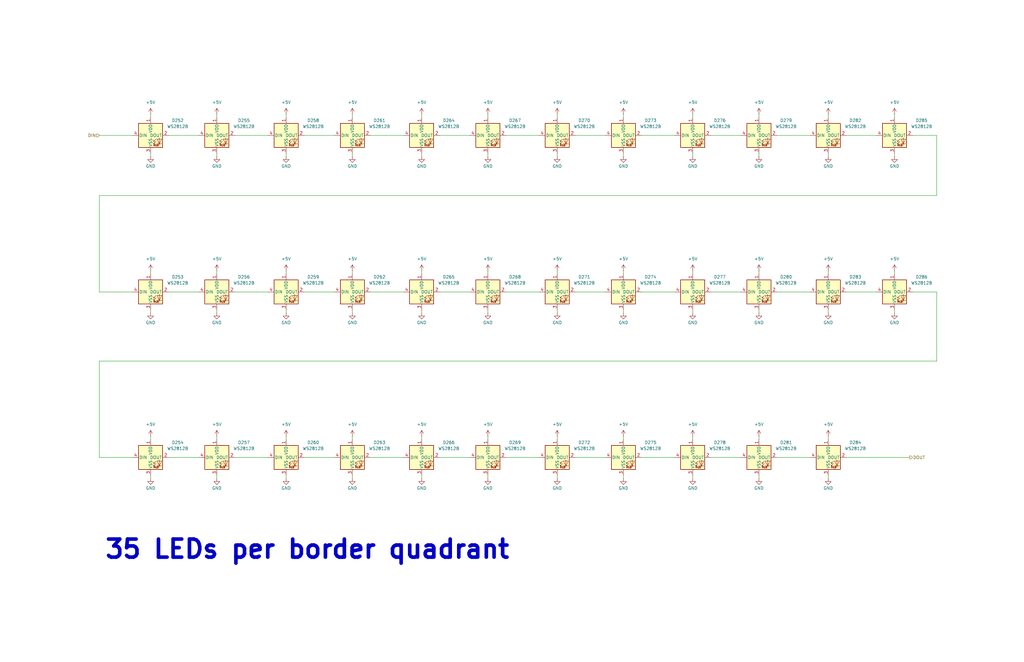
<source format=kicad_sch>
(kicad_sch (version 20250114) (generator "eeschema") (generator_version "9.0")
  (paper "B")
  (lib_symbols
    (symbol "LED:WS2812B" (pin_names (offset 0.254))
      (property "Reference" "D" (at 5.08 5.715 0))
      (property "Value" "WS2812B" (at 1.27 -5.715 0))
      (symbol "WS2812B_0_0"
        (text "RGB" (at 2.286 -4.191 0) (effects (font (size 0.762 0.762))))
      )
      (symbol "WS2812B_0_1"
        (polyline (pts (xy 1.27 -2.54) (xy 1.778 -2.54)))
        (polyline (pts (xy 1.27 -3.556) (xy 1.778 -3.556)))
        (polyline (pts (xy 2.286 -1.524) (xy 1.27 -2.54) (xy 1.27 -2.032)))
        (polyline (pts (xy 2.286 -2.54) (xy 1.27 -3.556) (xy 1.27 -3.048)))
        (polyline (pts (xy 3.683 -1.016) (xy 3.683 -3.556) (xy 3.683 -4.064)))
        (polyline (pts (xy 4.699 -1.524) (xy 2.667 -1.524) (xy 3.683 -3.556) (xy 4.699 -1.524)))
        (polyline (pts (xy 4.699 -3.556) (xy 2.667 -3.556)))
        (rectangle (start 5.08 5.08) (end -5.08 -5.08) (stroke (width 0.254)) (fill (type background)))
      )
      (symbol "WS2812B_1_1"
        (pin input line (at -7.62 0 0) (length 2.54) (name "DIN") (number "4"))
        (pin power_in line (at 0 7.62 270) (length 2.54) (name "VDD") (number "1"))
        (pin power_in line (at 0 -7.62 90) (length 2.54) (name "VSS") (number "3"))
        (pin output line (at 7.62 0 180) (length 2.54) (name "DOUT") (number "2"))
      )
    )
    (symbol "power:+5V" (power) (pin_numbers (hide yes)) (pin_names (offset 0) (hide yes))
      (property "Value" "+5V" (at 0 3.556 0))
      (symbol "+5V_0_1"
        (polyline (pts (xy -0.762 1.27) (xy 0 2.54)))
        (polyline (pts (xy 0 2.54) (xy 0.762 1.27)))
        (polyline (pts (xy 0 0) (xy 0 2.54)))
      )
      (symbol "+5V_1_1"
        (pin power_in line (at 0 0 90) (length 0) (name "~") (number "1"))
      )
    )
    (symbol "power:GND" (power) (pin_numbers (hide yes)) (pin_names (offset 0) (hide yes))
      (property "Value" "GND" (at 0 -3.81 0))
      (symbol "GND_0_1"
        (polyline (pts (xy 0 0) (xy 0 -1.27) (xy 1.27 -1.27) (xy 0 -2.54) (xy -1.27 -1.27) (xy 0 -1.27)))
      )
      (symbol "GND_1_1"
        (pin power_in line (at 0 0 270) (length 0) (name "~") (number "1"))
      )
    )
  )
  (text "35 LEDs per border quadrant" (at 43.688 231.902 0) (effects (font (size 7.62 7.62) (thickness 1.524) (bold yes)) (justify left)))
  (wire (pts (xy 234.95 48.26) (xy 234.95 49.53)))
  (wire (pts (xy 349.25 48.26) (xy 349.25 49.53)))
  (wire (pts (xy 262.89 200.66) (xy 262.89 201.93)))
  (wire (pts (xy 292.1 184.15) (xy 292.1 185.42)))
  (wire (pts (xy 242.57 123.19) (xy 255.27 123.19)))
  (wire (pts (xy 177.8 64.77) (xy 177.8 66.04)))
  (wire (pts (xy 327.66 193.04) (xy 341.63 193.04)))
  (wire (pts (xy 327.66 123.19) (xy 341.63 123.19)))
  (wire (pts (xy 185.42 123.19) (xy 198.12 123.19)))
  (wire (pts (xy 148.59 114.3) (xy 148.59 115.57)))
  (wire (pts (xy 177.8 130.81) (xy 177.8 132.08)))
  (wire (pts (xy 91.44 64.77) (xy 91.44 66.04)))
  (wire (pts (xy 63.5 48.26) (xy 63.5 49.53)))
  (wire (pts (xy 299.72 123.19) (xy 312.42 123.19)))
  (wire (pts (xy 120.65 130.81) (xy 120.65 132.08)))
  (wire (pts (xy 177.8 48.26) (xy 177.8 49.53)))
  (wire (pts (xy 320.04 184.15) (xy 320.04 185.42)))
  (wire (pts (xy 234.95 64.77) (xy 234.95 66.04)))
  (wire (pts (xy 320.04 130.81) (xy 320.04 132.08)))
  (wire (pts (xy 91.44 48.26) (xy 91.44 49.53)))
  (wire (pts (xy 377.19 48.26) (xy 377.19 49.53)))
  (wire (pts (xy 63.5 114.3) (xy 63.5 115.57)))
  (wire (pts (xy 356.87 57.15) (xy 369.57 57.15)))
  (wire (pts (xy 41.91 82.55) (xy 41.91 123.19)))
  (wire (pts (xy 320.04 64.77) (xy 320.04 66.04)))
  (wire (pts (xy 41.91 152.4) (xy 41.91 193.04)))
  (wire (pts (xy 349.25 114.3) (xy 349.25 115.57)))
  (wire (pts (xy 205.74 200.66) (xy 205.74 201.93)))
  (wire (pts (xy 377.19 114.3) (xy 377.19 115.57)))
  (wire (pts (xy 63.5 64.77) (xy 63.5 66.04)))
  (wire (pts (xy 213.36 57.15) (xy 227.33 57.15)))
  (wire (pts (xy 120.65 64.77) (xy 120.65 66.04)))
  (wire (pts (xy 99.06 57.15) (xy 113.03 57.15)))
  (wire (pts (xy 99.06 123.19) (xy 113.03 123.19)))
  (wire (pts (xy 91.44 200.66) (xy 91.44 201.93)))
  (wire (pts (xy 71.12 57.15) (xy 83.82 57.15)))
  (wire (pts (xy 320.04 200.66) (xy 320.04 201.93)))
  (wire (pts (xy 270.51 193.04) (xy 284.48 193.04)))
  (wire (pts (xy 185.42 193.04) (xy 198.12 193.04)))
  (wire (pts (xy 128.27 57.15) (xy 140.97 57.15)))
  (wire (pts (xy 349.25 184.15) (xy 349.25 185.42)))
  (wire (pts (xy 120.65 114.3) (xy 120.65 115.57)))
  (wire (pts (xy 262.89 64.77) (xy 262.89 66.04)))
  (wire (pts (xy 356.87 123.19) (xy 369.57 123.19)))
  (wire (pts (xy 148.59 130.81) (xy 148.59 132.08)))
  (wire (pts (xy 320.04 114.3) (xy 320.04 115.57)))
  (wire (pts (xy 148.59 48.26) (xy 148.59 49.53)))
  (wire (pts (xy 384.81 123.19) (xy 394.97 123.19)))
  (wire (pts (xy 292.1 130.81) (xy 292.1 132.08)))
  (wire (pts (xy 213.36 193.04) (xy 227.33 193.04)))
  (wire (pts (xy 177.8 114.3) (xy 177.8 115.57)))
  (wire (pts (xy 91.44 130.81) (xy 91.44 132.08)))
  (wire (pts (xy 349.25 130.81) (xy 349.25 132.08)))
  (wire (pts (xy 262.89 114.3) (xy 262.89 115.57)))
  (wire (pts (xy 242.57 57.15) (xy 255.27 57.15)))
  (wire (pts (xy 177.8 184.15) (xy 177.8 185.42)))
  (wire (pts (xy 320.04 48.26) (xy 320.04 49.53)))
  (wire (pts (xy 292.1 114.3) (xy 292.1 115.57)))
  (wire (pts (xy 377.19 64.77) (xy 377.19 66.04)))
  (wire (pts (xy 327.66 57.15) (xy 341.63 57.15)))
  (wire (pts (xy 71.12 123.19) (xy 83.82 123.19)))
  (wire (pts (xy 41.91 123.19) (xy 55.88 123.19)))
  (wire (pts (xy 242.57 193.04) (xy 255.27 193.04)))
  (wire (pts (xy 356.87 193.04) (xy 383.54 193.04)))
  (wire (pts (xy 213.36 123.19) (xy 227.33 123.19)))
  (wire (pts (xy 128.27 123.19) (xy 140.97 123.19)))
  (wire (pts (xy 234.95 130.81) (xy 234.95 132.08)))
  (wire (pts (xy 394.97 152.4) (xy 41.91 152.4)))
  (wire (pts (xy 148.59 64.77) (xy 148.59 66.04)))
  (wire (pts (xy 234.95 200.66) (xy 234.95 201.93)))
  (wire (pts (xy 394.97 123.19) (xy 394.97 152.4)))
  (wire (pts (xy 292.1 200.66) (xy 292.1 201.93)))
  (wire (pts (xy 185.42 57.15) (xy 198.12 57.15)))
  (wire (pts (xy 41.91 193.04) (xy 55.88 193.04)))
  (wire (pts (xy 205.74 130.81) (xy 205.74 132.08)))
  (wire (pts (xy 349.25 200.66) (xy 349.25 201.93)))
  (wire (pts (xy 299.72 57.15) (xy 312.42 57.15)))
  (wire (pts (xy 234.95 184.15) (xy 234.95 185.42)))
  (wire (pts (xy 377.19 130.81) (xy 377.19 132.08)))
  (wire (pts (xy 205.74 184.15) (xy 205.74 185.42)))
  (wire (pts (xy 234.95 114.3) (xy 234.95 115.57)))
  (wire (pts (xy 41.91 57.15) (xy 55.88 57.15)))
  (wire (pts (xy 91.44 184.15) (xy 91.44 185.42)))
  (wire (pts (xy 270.51 57.15) (xy 284.48 57.15)))
  (wire (pts (xy 262.89 48.26) (xy 262.89 49.53)))
  (wire (pts (xy 63.5 184.15) (xy 63.5 185.42)))
  (wire (pts (xy 148.59 200.66) (xy 148.59 201.93)))
  (wire (pts (xy 394.97 82.55) (xy 41.91 82.55)))
  (wire (pts (xy 99.06 193.04) (xy 113.03 193.04)))
  (wire (pts (xy 156.21 123.19) (xy 170.18 123.19)))
  (wire (pts (xy 120.65 48.26) (xy 120.65 49.53)))
  (wire (pts (xy 148.59 184.15) (xy 148.59 185.42)))
  (wire (pts (xy 394.97 57.15) (xy 394.97 82.55)))
  (wire (pts (xy 71.12 193.04) (xy 83.82 193.04)))
  (wire (pts (xy 205.74 114.3) (xy 205.74 115.57)))
  (wire (pts (xy 292.1 48.26) (xy 292.1 49.53)))
  (wire (pts (xy 120.65 200.66) (xy 120.65 201.93)))
  (wire (pts (xy 63.5 130.81) (xy 63.5 132.08)))
  (wire (pts (xy 270.51 123.19) (xy 284.48 123.19)))
  (wire (pts (xy 128.27 193.04) (xy 140.97 193.04)))
  (wire (pts (xy 156.21 57.15) (xy 170.18 57.15)))
  (wire (pts (xy 299.72 193.04) (xy 312.42 193.04)))
  (wire (pts (xy 156.21 193.04) (xy 170.18 193.04)))
  (wire (pts (xy 292.1 64.77) (xy 292.1 66.04)))
  (wire (pts (xy 384.81 57.15) (xy 394.97 57.15)))
  (wire (pts (xy 120.65 184.15) (xy 120.65 185.42)))
  (wire (pts (xy 91.44 114.3) (xy 91.44 115.57)))
  (wire (pts (xy 349.25 64.77) (xy 349.25 66.04)))
  (wire (pts (xy 63.5 200.66) (xy 63.5 201.93)))
  (wire (pts (xy 262.89 130.81) (xy 262.89 132.08)))
  (wire (pts (xy 205.74 64.77) (xy 205.74 66.04)))
  (wire (pts (xy 262.89 184.15) (xy 262.89 185.42)))
  (wire (pts (xy 205.74 48.26) (xy 205.74 49.53)))
  (wire (pts (xy 177.8 200.66) (xy 177.8 201.93)))
  (hierarchical_label "DOUT" (shape output) (at 383.54 193.04 0))
  (hierarchical_label "DIN" (shape input) (at 41.91 57.15 180))
  (symbol (lib_id "power:GND") (at 205.74 201.93 0) (unit 1)
    (property "Reference" "#PWR042" (effects (hide yes)))
    (property "Value" "GND" (at 205.74 205.994 0))
    (property "Description" "Power symbol creates a global label with name \"GND\" , ground" (effects (hide yes)))
    (instances (project "ArenaTimer" (path "" (reference "#PWR0538") (unit 1)) (path "" (reference "#PWR042") (unit 1))))
  )
  (symbol (lib_id "power:+5V") (at 63.5 184.15 0) (unit 1)
    (property "Reference" "#PWR011" (effects (hide yes)))
    (property "Value" "+5V" (at 63.5 179.07 0))
    (property "Description" "Power symbol creates a global label with name \"+5V\"" (effects (hide yes)))
    (instances (project "ArenaTimer" (path "" (reference "#PWR0507") (unit 1)) (path "" (reference "#PWR011") (unit 1))))
  )
  (symbol (lib_id "power:+5V") (at 234.95 48.26 0) (unit 1)
    (property "Reference" "#PWR043" (effects (hide yes)))
    (property "Value" "+5V" (at 234.95 43.18 0))
    (property "Description" "Power symbol creates a global label with name \"+5V\"" (effects (hide yes)))
    (instances (project "ArenaTimer" (path "" (reference "#PWR0539") (unit 1)) (path "" (reference "#PWR043") (unit 1))))
  )
  (symbol (lib_id "power:+5V") (at 148.59 184.15 0) (unit 1)
    (property "Reference" "#PWR029" (effects (hide yes)))
    (property "Value" "+5V" (at 148.59 179.07 0))
    (property "Description" "Power symbol creates a global label with name \"+5V\"" (effects (hide yes)))
    (instances (project "ArenaTimer" (path "" (reference "#PWR0525") (unit 1)) (path "" (reference "#PWR029") (unit 1))))
  )
  (symbol (lib_id "LED:WS2812B") (at 262.89 57.15 0) (unit 1)
    (property "Reference" "D25" (at 274.32 50.8314 0))
    (property "Value" "WS2812B" (at 274.32 53.3714 0))
    (property "Footprint" "LED_SMD:LED_WS2812B_PLCC4_5.0x5.0mm_P3.2mm" (effects (hide yes)))
    (property "Datasheet" "https://cdn-shop.adafruit.com/datasheets/WS2812B.pdf" (effects (hide yes)))
    (property "Description" "RGB LED with integrated controller" (effects (hide yes)))
    (property "LCSC" "C2843785" (effects (hide yes)))
    (instances (project "ArenaTimer" (path "" (reference "D273") (unit 1)) (path "" (reference "D25") (unit 1))))
  )
  (symbol (lib_id "LED:WS2812B") (at 177.8 193.04 0) (unit 1)
    (property "Reference" "D18" (at 189.23 186.7214 0))
    (property "Value" "WS2812B" (at 189.23 189.2614 0))
    (property "Footprint" "LED_SMD:LED_WS2812B_PLCC4_5.0x5.0mm_P3.2mm" (effects (hide yes)))
    (property "Datasheet" "https://cdn-shop.adafruit.com/datasheets/WS2812B.pdf" (effects (hide yes)))
    (property "Description" "RGB LED with integrated controller" (effects (hide yes)))
    (property "LCSC" "C2843785" (effects (hide yes)))
    (instances (project "ArenaTimer" (path "" (reference "D266") (unit 1)) (path "" (reference "D18") (unit 1))))
  )
  (symbol (lib_id "power:+5V") (at 91.44 114.3 0) (unit 1)
    (property "Reference" "#PWR015" (effects (hide yes)))
    (property "Value" "+5V" (at 91.44 109.22 0))
    (property "Description" "Power symbol creates a global label with name \"+5V\"" (effects (hide yes)))
    (instances (project "ArenaTimer" (path "" (reference "#PWR0511") (unit 1)) (path "" (reference "#PWR015") (unit 1))))
  )
  (symbol (lib_id "power:GND") (at 120.65 201.93 0) (unit 1)
    (property "Reference" "#PWR024" (effects (hide yes)))
    (property "Value" "GND" (at 120.65 205.994 0))
    (property "Description" "Power symbol creates a global label with name \"GND\" , ground" (effects (hide yes)))
    (instances (project "ArenaTimer" (path "" (reference "#PWR0520") (unit 1)) (path "" (reference "#PWR024") (unit 1))))
  )
  (symbol (lib_id "power:+5V") (at 262.89 184.15 0) (unit 1)
    (property "Reference" "#PWR053" (effects (hide yes)))
    (property "Value" "+5V" (at 262.89 179.07 0))
    (property "Description" "Power symbol creates a global label with name \"+5V\"" (effects (hide yes)))
    (instances (project "ArenaTimer" (path "" (reference "#PWR0549") (unit 1)) (path "" (reference "#PWR053") (unit 1))))
  )
  (symbol (lib_id "power:+5V") (at 91.44 48.26 0) (unit 1)
    (property "Reference" "#PWR013" (effects (hide yes)))
    (property "Value" "+5V" (at 91.44 43.18 0))
    (property "Description" "Power symbol creates a global label with name \"+5V\"" (effects (hide yes)))
    (instances (project "ArenaTimer" (path "" (reference "#PWR0509") (unit 1)) (path "" (reference "#PWR013") (unit 1))))
  )
  (symbol (lib_id "power:+5V") (at 349.25 184.15 0) (unit 1)
    (property "Reference" "#PWR071" (effects (hide yes)))
    (property "Value" "+5V" (at 349.25 179.07 0))
    (property "Description" "Power symbol creates a global label with name \"+5V\"" (effects (hide yes)))
    (instances (project "ArenaTimer" (path "" (reference "#PWR0567") (unit 1)) (path "" (reference "#PWR071") (unit 1))))
  )
  (symbol (lib_id "power:+5V") (at 148.59 48.26 0) (unit 1)
    (property "Reference" "#PWR025" (effects (hide yes)))
    (property "Value" "+5V" (at 148.59 43.18 0))
    (property "Description" "Power symbol creates a global label with name \"+5V\"" (effects (hide yes)))
    (instances (project "ArenaTimer" (path "" (reference "#PWR0521") (unit 1)) (path "" (reference "#PWR025") (unit 1))))
  )
  (symbol (lib_id "power:GND") (at 148.59 132.08 0) (unit 1)
    (property "Reference" "#PWR028" (effects (hide yes)))
    (property "Value" "GND" (at 148.59 136.144 0))
    (property "Description" "Power symbol creates a global label with name \"GND\" , ground" (effects (hide yes)))
    (instances (project "ArenaTimer" (path "" (reference "#PWR0524") (unit 1)) (path "" (reference "#PWR028") (unit 1))))
  )
  (symbol (lib_id "power:GND") (at 349.25 132.08 0) (unit 1)
    (property "Reference" "#PWR070" (effects (hide yes)))
    (property "Value" "GND" (at 349.25 136.144 0))
    (property "Description" "Power symbol creates a global label with name \"GND\" , ground" (effects (hide yes)))
    (instances (project "ArenaTimer" (path "" (reference "#PWR0566") (unit 1)) (path "" (reference "#PWR070") (unit 1))))
  )
  (symbol (lib_id "power:+5V") (at 205.74 48.26 0) (unit 1)
    (property "Reference" "#PWR037" (effects (hide yes)))
    (property "Value" "+5V" (at 205.74 43.18 0))
    (property "Description" "Power symbol creates a global label with name \"+5V\"" (effects (hide yes)))
    (instances (project "ArenaTimer" (path "" (reference "#PWR0533") (unit 1)) (path "" (reference "#PWR037") (unit 1))))
  )
  (symbol (lib_id "LED:WS2812B") (at 63.5 57.15 0) (unit 1)
    (property "Reference" "D4" (at 74.93 50.8314 0))
    (property "Value" "WS2812B" (at 74.93 53.3714 0))
    (property "Footprint" "LED_SMD:LED_WS2812B_PLCC4_5.0x5.0mm_P3.2mm" (effects (hide yes)))
    (property "Datasheet" "https://cdn-shop.adafruit.com/datasheets/WS2812B.pdf" (effects (hide yes)))
    (property "Description" "RGB LED with integrated controller" (effects (hide yes)))
    (property "LCSC" "C2843785" (effects (hide yes)))
    (instances (project "ArenaTimer" (path "" (reference "D252") (unit 1)) (path "" (reference "D4") (unit 1))))
  )
  (symbol (lib_id "LED:WS2812B") (at 91.44 123.19 0) (unit 1)
    (property "Reference" "D8" (at 102.87 116.8714 0))
    (property "Value" "WS2812B" (at 102.87 119.4114 0))
    (property "Footprint" "LED_SMD:LED_WS2812B_PLCC4_5.0x5.0mm_P3.2mm" (effects (hide yes)))
    (property "Datasheet" "https://cdn-shop.adafruit.com/datasheets/WS2812B.pdf" (effects (hide yes)))
    (property "Description" "RGB LED with integrated controller" (effects (hide yes)))
    (property "LCSC" "C2843785" (effects (hide yes)))
    (instances (project "ArenaTimer" (path "" (reference "D256") (unit 1)) (path "" (reference "D8") (unit 1))))
  )
  (symbol (lib_id "power:GND") (at 262.89 132.08 0) (unit 1)
    (property "Reference" "#PWR052" (effects (hide yes)))
    (property "Value" "GND" (at 262.89 136.144 0))
    (property "Description" "Power symbol creates a global label with name \"GND\" , ground" (effects (hide yes)))
    (instances (project "ArenaTimer" (path "" (reference "#PWR0548") (unit 1)) (path "" (reference "#PWR052") (unit 1))))
  )
  (symbol (lib_id "power:GND") (at 177.8 66.04 0) (unit 1)
    (property "Reference" "#PWR032" (effects (hide yes)))
    (property "Value" "GND" (at 177.8 70.104 0))
    (property "Description" "Power symbol creates a global label with name \"GND\" , ground" (effects (hide yes)))
    (instances (project "ArenaTimer" (path "" (reference "#PWR0528") (unit 1)) (path "" (reference "#PWR032") (unit 1))))
  )
  (symbol (lib_id "power:+5V") (at 292.1 114.3 0) (unit 1)
    (property "Reference" "#PWR057" (effects (hide yes)))
    (property "Value" "+5V" (at 292.1 109.22 0))
    (property "Description" "Power symbol creates a global label with name \"+5V\"" (effects (hide yes)))
    (instances (project "ArenaTimer" (path "" (reference "#PWR0553") (unit 1)) (path "" (reference "#PWR057") (unit 1))))
  )
  (symbol (lib_id "LED:WS2812B") (at 177.8 57.15 0) (unit 1)
    (property "Reference" "D16" (at 189.23 50.8314 0))
    (property "Value" "WS2812B" (at 189.23 53.3714 0))
    (property "Footprint" "LED_SMD:LED_WS2812B_PLCC4_5.0x5.0mm_P3.2mm" (effects (hide yes)))
    (property "Datasheet" "https://cdn-shop.adafruit.com/datasheets/WS2812B.pdf" (effects (hide yes)))
    (property "Description" "RGB LED with integrated controller" (effects (hide yes)))
    (property "LCSC" "C2843785" (effects (hide yes)))
    (instances (project "ArenaTimer" (path "" (reference "D264") (unit 1)) (path "" (reference "D16") (unit 1))))
  )
  (symbol (lib_id "power:GND") (at 349.25 66.04 0) (unit 1)
    (property "Reference" "#PWR068" (effects (hide yes)))
    (property "Value" "GND" (at 349.25 70.104 0))
    (property "Description" "Power symbol creates a global label with name \"GND\" , ground" (effects (hide yes)))
    (instances (project "ArenaTimer" (path "" (reference "#PWR0564") (unit 1)) (path "" (reference "#PWR068") (unit 1))))
  )
  (symbol (lib_id "power:+5V") (at 177.8 48.26 0) (unit 1)
    (property "Reference" "#PWR031" (effects (hide yes)))
    (property "Value" "+5V" (at 177.8 43.18 0))
    (property "Description" "Power symbol creates a global label with name \"+5V\"" (effects (hide yes)))
    (instances (project "ArenaTimer" (path "" (reference "#PWR0527") (unit 1)) (path "" (reference "#PWR031") (unit 1))))
  )
  (symbol (lib_id "LED:WS2812B") (at 349.25 193.04 0) (unit 1)
    (property "Reference" "D36" (at 360.68 186.7214 0))
    (property "Value" "WS2812B" (at 360.68 189.2614 0))
    (property "Footprint" "LED_SMD:LED_WS2812B_PLCC4_5.0x5.0mm_P3.2mm" (effects (hide yes)))
    (property "Datasheet" "https://cdn-shop.adafruit.com/datasheets/WS2812B.pdf" (effects (hide yes)))
    (property "Description" "RGB LED with integrated controller" (effects (hide yes)))
    (property "LCSC" "C2843785" (effects (hide yes)))
    (instances (project "ArenaTimer" (path "" (reference "D284") (unit 1)) (path "" (reference "D36") (unit 1))))
  )
  (symbol (lib_id "power:+5V") (at 120.65 114.3 0) (unit 1)
    (property "Reference" "#PWR021" (effects (hide yes)))
    (property "Value" "+5V" (at 120.65 109.22 0))
    (property "Description" "Power symbol creates a global label with name \"+5V\"" (effects (hide yes)))
    (instances (project "ArenaTimer" (path "" (reference "#PWR0517") (unit 1)) (path "" (reference "#PWR021") (unit 1))))
  )
  (symbol (lib_id "LED:WS2812B") (at 320.04 123.19 0) (unit 1)
    (property "Reference" "D32" (at 331.47 116.8714 0))
    (property "Value" "WS2812B" (at 331.47 119.4114 0))
    (property "Footprint" "LED_SMD:LED_WS2812B_PLCC4_5.0x5.0mm_P3.2mm" (effects (hide yes)))
    (property "Datasheet" "https://cdn-shop.adafruit.com/datasheets/WS2812B.pdf" (effects (hide yes)))
    (property "Description" "RGB LED with integrated controller" (effects (hide yes)))
    (property "LCSC" "C2843785" (effects (hide yes)))
    (instances (project "ArenaTimer" (path "" (reference "D280") (unit 1)) (path "" (reference "D32") (unit 1))))
  )
  (symbol (lib_id "power:GND") (at 320.04 132.08 0) (unit 1)
    (property "Reference" "#PWR064" (effects (hide yes)))
    (property "Value" "GND" (at 320.04 136.144 0))
    (property "Description" "Power symbol creates a global label with name \"GND\" , ground" (effects (hide yes)))
    (instances (project "ArenaTimer" (path "" (reference "#PWR0560") (unit 1)) (path "" (reference "#PWR064") (unit 1))))
  )
  (symbol (lib_id "power:GND") (at 262.89 66.04 0) (unit 1)
    (property "Reference" "#PWR050" (effects (hide yes)))
    (property "Value" "GND" (at 262.89 70.104 0))
    (property "Description" "Power symbol creates a global label with name \"GND\" , ground" (effects (hide yes)))
    (instances (project "ArenaTimer" (path "" (reference "#PWR0546") (unit 1)) (path "" (reference "#PWR050") (unit 1))))
  )
  (symbol (lib_id "power:+5V") (at 292.1 184.15 0) (unit 1)
    (property "Reference" "#PWR059" (effects (hide yes)))
    (property "Value" "+5V" (at 292.1 179.07 0))
    (property "Description" "Power symbol creates a global label with name \"+5V\"" (effects (hide yes)))
    (instances (project "ArenaTimer" (path "" (reference "#PWR0555") (unit 1)) (path "" (reference "#PWR059") (unit 1))))
  )
  (symbol (lib_id "power:GND") (at 205.74 132.08 0) (unit 1)
    (property "Reference" "#PWR040" (effects (hide yes)))
    (property "Value" "GND" (at 205.74 136.144 0))
    (property "Description" "Power symbol creates a global label with name \"GND\" , ground" (effects (hide yes)))
    (instances (project "ArenaTimer" (path "" (reference "#PWR0536") (unit 1)) (path "" (reference "#PWR040") (unit 1))))
  )
  (symbol (lib_id "power:GND") (at 234.95 201.93 0) (unit 1)
    (property "Reference" "#PWR048" (effects (hide yes)))
    (property "Value" "GND" (at 234.95 205.994 0))
    (property "Description" "Power symbol creates a global label with name \"GND\" , ground" (effects (hide yes)))
    (instances (project "ArenaTimer" (path "" (reference "#PWR0544") (unit 1)) (path "" (reference "#PWR048") (unit 1))))
  )
  (symbol (lib_id "LED:WS2812B") (at 234.95 193.04 0) (unit 1)
    (property "Reference" "D24" (at 246.38 186.7214 0))
    (property "Value" "WS2812B" (at 246.38 189.2614 0))
    (property "Footprint" "LED_SMD:LED_WS2812B_PLCC4_5.0x5.0mm_P3.2mm" (effects (hide yes)))
    (property "Datasheet" "https://cdn-shop.adafruit.com/datasheets/WS2812B.pdf" (effects (hide yes)))
    (property "Description" "RGB LED with integrated controller" (effects (hide yes)))
    (property "LCSC" "C2843785" (effects (hide yes)))
    (instances (project "ArenaTimer" (path "" (reference "D272") (unit 1)) (path "" (reference "D24") (unit 1))))
  )
  (symbol (lib_id "power:+5V") (at 377.19 48.26 0) (unit 1)
    (property "Reference" "#PWR073" (effects (hide yes)))
    (property "Value" "+5V" (at 377.19 43.18 0))
    (property "Description" "Power symbol creates a global label with name \"+5V\"" (effects (hide yes)))
    (instances (project "ArenaTimer" (path "" (reference "#PWR0569") (unit 1)) (path "" (reference "#PWR073") (unit 1))))
  )
  (symbol (lib_id "LED:WS2812B") (at 120.65 57.15 0) (unit 1)
    (property "Reference" "D10" (at 132.08 50.8314 0))
    (property "Value" "WS2812B" (at 132.08 53.3714 0))
    (property "Footprint" "LED_SMD:LED_WS2812B_PLCC4_5.0x5.0mm_P3.2mm" (effects (hide yes)))
    (property "Datasheet" "https://cdn-shop.adafruit.com/datasheets/WS2812B.pdf" (effects (hide yes)))
    (property "Description" "RGB LED with integrated controller" (effects (hide yes)))
    (property "LCSC" "C2843785" (effects (hide yes)))
    (instances (project "ArenaTimer" (path "" (reference "D258") (unit 1)) (path "" (reference "D10") (unit 1))))
  )
  (symbol (lib_id "power:+5V") (at 320.04 184.15 0) (unit 1)
    (property "Reference" "#PWR065" (effects (hide yes)))
    (property "Value" "+5V" (at 320.04 179.07 0))
    (property "Description" "Power symbol creates a global label with name \"+5V\"" (effects (hide yes)))
    (instances (project "ArenaTimer" (path "" (reference "#PWR0561") (unit 1)) (path "" (reference "#PWR065") (unit 1))))
  )
  (symbol (lib_id "power:GND") (at 177.8 201.93 0) (unit 1)
    (property "Reference" "#PWR036" (effects (hide yes)))
    (property "Value" "GND" (at 177.8 205.994 0))
    (property "Description" "Power symbol creates a global label with name \"GND\" , ground" (effects (hide yes)))
    (instances (project "ArenaTimer" (path "" (reference "#PWR0532") (unit 1)) (path "" (reference "#PWR036") (unit 1))))
  )
  (symbol (lib_id "LED:WS2812B") (at 292.1 123.19 0) (unit 1)
    (property "Reference" "D29" (at 303.53 116.8714 0))
    (property "Value" "WS2812B" (at 303.53 119.4114 0))
    (property "Footprint" "LED_SMD:LED_WS2812B_PLCC4_5.0x5.0mm_P3.2mm" (effects (hide yes)))
    (property "Datasheet" "https://cdn-shop.adafruit.com/datasheets/WS2812B.pdf" (effects (hide yes)))
    (property "Description" "RGB LED with integrated controller" (effects (hide yes)))
    (property "LCSC" "C2843785" (effects (hide yes)))
    (instances (project "ArenaTimer" (path "" (reference "D277") (unit 1)) (path "" (reference "D29") (unit 1))))
  )
  (symbol (lib_id "LED:WS2812B") (at 262.89 123.19 0) (unit 1)
    (property "Reference" "D26" (at 274.32 116.8714 0))
    (property "Value" "WS2812B" (at 274.32 119.4114 0))
    (property "Footprint" "LED_SMD:LED_WS2812B_PLCC4_5.0x5.0mm_P3.2mm" (effects (hide yes)))
    (property "Datasheet" "https://cdn-shop.adafruit.com/datasheets/WS2812B.pdf" (effects (hide yes)))
    (property "Description" "RGB LED with integrated controller" (effects (hide yes)))
    (property "LCSC" "C2843785" (effects (hide yes)))
    (instances (project "ArenaTimer" (path "" (reference "D274") (unit 1)) (path "" (reference "D26") (unit 1))))
  )
  (symbol (lib_id "LED:WS2812B") (at 234.95 123.19 0) (unit 1)
    (property "Reference" "D23" (at 246.38 116.8714 0))
    (property "Value" "WS2812B" (at 246.38 119.4114 0))
    (property "Footprint" "LED_SMD:LED_WS2812B_PLCC4_5.0x5.0mm_P3.2mm" (effects (hide yes)))
    (property "Datasheet" "https://cdn-shop.adafruit.com/datasheets/WS2812B.pdf" (effects (hide yes)))
    (property "Description" "RGB LED with integrated controller" (effects (hide yes)))
    (property "LCSC" "C2843785" (effects (hide yes)))
    (instances (project "ArenaTimer" (path "" (reference "D271") (unit 1)) (path "" (reference "D23") (unit 1))))
  )
  (symbol (lib_id "LED:WS2812B") (at 91.44 57.15 0) (unit 1)
    (property "Reference" "D7" (at 102.87 50.8314 0))
    (property "Value" "WS2812B" (at 102.87 53.3714 0))
    (property "Footprint" "LED_SMD:LED_WS2812B_PLCC4_5.0x5.0mm_P3.2mm" (effects (hide yes)))
    (property "Datasheet" "https://cdn-shop.adafruit.com/datasheets/WS2812B.pdf" (effects (hide yes)))
    (property "Description" "RGB LED with integrated controller" (effects (hide yes)))
    (property "LCSC" "C2843785" (effects (hide yes)))
    (instances (project "ArenaTimer" (path "" (reference "D255") (unit 1)) (path "" (reference "D7") (unit 1))))
  )
  (symbol (lib_id "power:GND") (at 177.8 132.08 0) (unit 1)
    (property "Reference" "#PWR034" (effects (hide yes)))
    (property "Value" "GND" (at 177.8 136.144 0))
    (property "Description" "Power symbol creates a global label with name \"GND\" , ground" (effects (hide yes)))
    (instances (project "ArenaTimer" (path "" (reference "#PWR0530") (unit 1)) (path "" (reference "#PWR034") (unit 1))))
  )
  (symbol (lib_id "power:+5V") (at 349.25 114.3 0) (unit 1)
    (property "Reference" "#PWR069" (effects (hide yes)))
    (property "Value" "+5V" (at 349.25 109.22 0))
    (property "Description" "Power symbol creates a global label with name \"+5V\"" (effects (hide yes)))
    (instances (project "ArenaTimer" (path "" (reference "#PWR0565") (unit 1)) (path "" (reference "#PWR069") (unit 1))))
  )
  (symbol (lib_id "LED:WS2812B") (at 177.8 123.19 0) (unit 1)
    (property "Reference" "D17" (at 189.23 116.8714 0))
    (property "Value" "WS2812B" (at 189.23 119.4114 0))
    (property "Footprint" "LED_SMD:LED_WS2812B_PLCC4_5.0x5.0mm_P3.2mm" (effects (hide yes)))
    (property "Datasheet" "https://cdn-shop.adafruit.com/datasheets/WS2812B.pdf" (effects (hide yes)))
    (property "Description" "RGB LED with integrated controller" (effects (hide yes)))
    (property "LCSC" "C2843785" (effects (hide yes)))
    (instances (project "ArenaTimer" (path "" (reference "D265") (unit 1)) (path "" (reference "D17") (unit 1))))
  )
  (symbol (lib_id "LED:WS2812B") (at 320.04 57.15 0) (unit 1)
    (property "Reference" "D31" (at 331.47 50.8314 0))
    (property "Value" "WS2812B" (at 331.47 53.3714 0))
    (property "Footprint" "LED_SMD:LED_WS2812B_PLCC4_5.0x5.0mm_P3.2mm" (effects (hide yes)))
    (property "Datasheet" "https://cdn-shop.adafruit.com/datasheets/WS2812B.pdf" (effects (hide yes)))
    (property "Description" "RGB LED with integrated controller" (effects (hide yes)))
    (property "LCSC" "C2843785" (effects (hide yes)))
    (instances (project "ArenaTimer" (path "" (reference "D279") (unit 1)) (path "" (reference "D31") (unit 1))))
  )
  (symbol (lib_id "power:+5V") (at 292.1 48.26 0) (unit 1)
    (property "Reference" "#PWR055" (effects (hide yes)))
    (property "Value" "+5V" (at 292.1 43.18 0))
    (property "Description" "Power symbol creates a global label with name \"+5V\"" (effects (hide yes)))
    (instances (project "ArenaTimer" (path "" (reference "#PWR0551") (unit 1)) (path "" (reference "#PWR055") (unit 1))))
  )
  (symbol (lib_id "power:+5V") (at 262.89 114.3 0) (unit 1)
    (property "Reference" "#PWR051" (effects (hide yes)))
    (property "Value" "+5V" (at 262.89 109.22 0))
    (property "Description" "Power symbol creates a global label with name \"+5V\"" (effects (hide yes)))
    (instances (project "ArenaTimer" (path "" (reference "#PWR0547") (unit 1)) (path "" (reference "#PWR051") (unit 1))))
  )
  (symbol (lib_id "power:+5V") (at 205.74 184.15 0) (unit 1)
    (property "Reference" "#PWR041" (effects (hide yes)))
    (property "Value" "+5V" (at 205.74 179.07 0))
    (property "Description" "Power symbol creates a global label with name \"+5V\"" (effects (hide yes)))
    (instances (project "ArenaTimer" (path "" (reference "#PWR0537") (unit 1)) (path "" (reference "#PWR041") (unit 1))))
  )
  (symbol (lib_id "power:+5V") (at 320.04 114.3 0) (unit 1)
    (property "Reference" "#PWR063" (effects (hide yes)))
    (property "Value" "+5V" (at 320.04 109.22 0))
    (property "Description" "Power symbol creates a global label with name \"+5V\"" (effects (hide yes)))
    (instances (project "ArenaTimer" (path "" (reference "#PWR0559") (unit 1)) (path "" (reference "#PWR063") (unit 1))))
  )
  (symbol (lib_id "LED:WS2812B") (at 148.59 193.04 0) (unit 1)
    (property "Reference" "D15" (at 160.02 186.7214 0))
    (property "Value" "WS2812B" (at 160.02 189.2614 0))
    (property "Footprint" "LED_SMD:LED_WS2812B_PLCC4_5.0x5.0mm_P3.2mm" (effects (hide yes)))
    (property "Datasheet" "https://cdn-shop.adafruit.com/datasheets/WS2812B.pdf" (effects (hide yes)))
    (property "Description" "RGB LED with integrated controller" (effects (hide yes)))
    (property "LCSC" "C2843785" (effects (hide yes)))
    (instances (project "ArenaTimer" (path "" (reference "D263") (unit 1)) (path "" (reference "D15") (unit 1))))
  )
  (symbol (lib_id "LED:WS2812B") (at 205.74 57.15 0) (unit 1)
    (property "Reference" "D19" (at 217.17 50.8314 0))
    (property "Value" "WS2812B" (at 217.17 53.3714 0))
    (property "Footprint" "LED_SMD:LED_WS2812B_PLCC4_5.0x5.0mm_P3.2mm" (effects (hide yes)))
    (property "Datasheet" "https://cdn-shop.adafruit.com/datasheets/WS2812B.pdf" (effects (hide yes)))
    (property "Description" "RGB LED with integrated controller" (effects (hide yes)))
    (property "LCSC" "C2843785" (effects (hide yes)))
    (instances (project "ArenaTimer" (path "" (reference "D267") (unit 1)) (path "" (reference "D19") (unit 1))))
  )
  (symbol (lib_id "LED:WS2812B") (at 120.65 123.19 0) (unit 1)
    (property "Reference" "D11" (at 132.08 116.8714 0))
    (property "Value" "WS2812B" (at 132.08 119.4114 0))
    (property "Footprint" "LED_SMD:LED_WS2812B_PLCC4_5.0x5.0mm_P3.2mm" (effects (hide yes)))
    (property "Datasheet" "https://cdn-shop.adafruit.com/datasheets/WS2812B.pdf" (effects (hide yes)))
    (property "Description" "RGB LED with integrated controller" (effects (hide yes)))
    (property "LCSC" "C2843785" (effects (hide yes)))
    (instances (project "ArenaTimer" (path "" (reference "D259") (unit 1)) (path "" (reference "D11") (unit 1))))
  )
  (symbol (lib_id "power:GND") (at 148.59 66.04 0) (unit 1)
    (property "Reference" "#PWR026" (effects (hide yes)))
    (property "Value" "GND" (at 148.59 70.104 0))
    (property "Description" "Power symbol creates a global label with name \"GND\" , ground" (effects (hide yes)))
    (instances (project "ArenaTimer" (path "" (reference "#PWR0522") (unit 1)) (path "" (reference "#PWR026") (unit 1))))
  )
  (symbol (lib_id "power:+5V") (at 234.95 114.3 0) (unit 1)
    (property "Reference" "#PWR045" (effects (hide yes)))
    (property "Value" "+5V" (at 234.95 109.22 0))
    (property "Description" "Power symbol creates a global label with name \"+5V\"" (effects (hide yes)))
    (instances (project "ArenaTimer" (path "" (reference "#PWR0541") (unit 1)) (path "" (reference "#PWR045") (unit 1))))
  )
  (symbol (lib_id "power:GND") (at 234.95 132.08 0) (unit 1)
    (property "Reference" "#PWR046" (effects (hide yes)))
    (property "Value" "GND" (at 234.95 136.144 0))
    (property "Description" "Power symbol creates a global label with name \"GND\" , ground" (effects (hide yes)))
    (instances (project "ArenaTimer" (path "" (reference "#PWR0542") (unit 1)) (path "" (reference "#PWR046") (unit 1))))
  )
  (symbol (lib_id "power:+5V") (at 320.04 48.26 0) (unit 1)
    (property "Reference" "#PWR061" (effects (hide yes)))
    (property "Value" "+5V" (at 320.04 43.18 0))
    (property "Description" "Power symbol creates a global label with name \"+5V\"" (effects (hide yes)))
    (instances (project "ArenaTimer" (path "" (reference "#PWR0557") (unit 1)) (path "" (reference "#PWR061") (unit 1))))
  )
  (symbol (lib_id "power:+5V") (at 120.65 184.15 0) (unit 1)
    (property "Reference" "#PWR023" (effects (hide yes)))
    (property "Value" "+5V" (at 120.65 179.07 0))
    (property "Description" "Power symbol creates a global label with name \"+5V\"" (effects (hide yes)))
    (instances (project "ArenaTimer" (path "" (reference "#PWR0519") (unit 1)) (path "" (reference "#PWR023") (unit 1))))
  )
  (symbol (lib_id "power:+5V") (at 91.44 184.15 0) (unit 1)
    (property "Reference" "#PWR017" (effects (hide yes)))
    (property "Value" "+5V" (at 91.44 179.07 0))
    (property "Description" "Power symbol creates a global label with name \"+5V\"" (effects (hide yes)))
    (instances (project "ArenaTimer" (path "" (reference "#PWR0513") (unit 1)) (path "" (reference "#PWR017") (unit 1))))
  )
  (symbol (lib_id "LED:WS2812B") (at 120.65 193.04 0) (unit 1)
    (property "Reference" "D12" (at 132.08 186.7214 0))
    (property "Value" "WS2812B" (at 132.08 189.2614 0))
    (property "Footprint" "LED_SMD:LED_WS2812B_PLCC4_5.0x5.0mm_P3.2mm" (effects (hide yes)))
    (property "Datasheet" "https://cdn-shop.adafruit.com/datasheets/WS2812B.pdf" (effects (hide yes)))
    (property "Description" "RGB LED with integrated controller" (effects (hide yes)))
    (property "LCSC" "C2843785" (effects (hide yes)))
    (instances (project "ArenaTimer" (path "" (reference "D260") (unit 1)) (path "" (reference "D12") (unit 1))))
  )
  (symbol (lib_id "power:+5V") (at 377.19 114.3 0) (unit 1)
    (property "Reference" "#PWR075" (effects (hide yes)))
    (property "Value" "+5V" (at 377.19 109.22 0))
    (property "Description" "Power symbol creates a global label with name \"+5V\"" (effects (hide yes)))
    (instances (project "ArenaTimer" (path "" (reference "#PWR0571") (unit 1)) (path "" (reference "#PWR075") (unit 1))))
  )
  (symbol (lib_id "power:+5V") (at 63.5 48.26 0) (unit 1)
    (property "Reference" "#PWR07" (effects (hide yes)))
    (property "Value" "+5V" (at 63.5 43.18 0))
    (property "Description" "Power symbol creates a global label with name \"+5V\"" (effects (hide yes)))
    (instances (project "ArenaTimer" (path "" (reference "#PWR0503") (unit 1)) (path "" (reference "#PWR07") (unit 1))))
  )
  (symbol (lib_id "power:+5V") (at 234.95 184.15 0) (unit 1)
    (property "Reference" "#PWR047" (effects (hide yes)))
    (property "Value" "+5V" (at 234.95 179.07 0))
    (property "Description" "Power symbol creates a global label with name \"+5V\"" (effects (hide yes)))
    (instances (project "ArenaTimer" (path "" (reference "#PWR0543") (unit 1)) (path "" (reference "#PWR047") (unit 1))))
  )
  (symbol (lib_id "power:GND") (at 292.1 66.04 0) (unit 1)
    (property "Reference" "#PWR056" (effects (hide yes)))
    (property "Value" "GND" (at 292.1 70.104 0))
    (property "Description" "Power symbol creates a global label with name \"GND\" , ground" (effects (hide yes)))
    (instances (project "ArenaTimer" (path "" (reference "#PWR0552") (unit 1)) (path "" (reference "#PWR056") (unit 1))))
  )
  (symbol (lib_id "LED:WS2812B") (at 292.1 57.15 0) (unit 1)
    (property "Reference" "D28" (at 303.53 50.8314 0))
    (property "Value" "WS2812B" (at 303.53 53.3714 0))
    (property "Footprint" "LED_SMD:LED_WS2812B_PLCC4_5.0x5.0mm_P3.2mm" (effects (hide yes)))
    (property "Datasheet" "https://cdn-shop.adafruit.com/datasheets/WS2812B.pdf" (effects (hide yes)))
    (property "Description" "RGB LED with integrated controller" (effects (hide yes)))
    (property "LCSC" "C2843785" (effects (hide yes)))
    (instances (project "ArenaTimer" (path "" (reference "D276") (unit 1)) (path "" (reference "D28") (unit 1))))
  )
  (symbol (lib_id "power:GND") (at 349.25 201.93 0) (unit 1)
    (property "Reference" "#PWR072" (effects (hide yes)))
    (property "Value" "GND" (at 349.25 205.994 0))
    (property "Description" "Power symbol creates a global label with name \"GND\" , ground" (effects (hide yes)))
    (instances (project "ArenaTimer" (path "" (reference "#PWR0568") (unit 1)) (path "" (reference "#PWR072") (unit 1))))
  )
  (symbol (lib_id "power:+5V") (at 205.74 114.3 0) (unit 1)
    (property "Reference" "#PWR039" (effects (hide yes)))
    (property "Value" "+5V" (at 205.74 109.22 0))
    (property "Description" "Power symbol creates a global label with name \"+5V\"" (effects (hide yes)))
    (instances (project "ArenaTimer" (path "" (reference "#PWR0535") (unit 1)) (path "" (reference "#PWR039") (unit 1))))
  )
  (symbol (lib_id "power:+5V") (at 177.8 114.3 0) (unit 1)
    (property "Reference" "#PWR033" (effects (hide yes)))
    (property "Value" "+5V" (at 177.8 109.22 0))
    (property "Description" "Power symbol creates a global label with name \"+5V\"" (effects (hide yes)))
    (instances (project "ArenaTimer" (path "" (reference "#PWR0529") (unit 1)) (path "" (reference "#PWR033") (unit 1))))
  )
  (symbol (lib_id "LED:WS2812B") (at 91.44 193.04 0) (unit 1)
    (property "Reference" "D9" (at 102.87 186.7214 0))
    (property "Value" "WS2812B" (at 102.87 189.2614 0))
    (property "Footprint" "LED_SMD:LED_WS2812B_PLCC4_5.0x5.0mm_P3.2mm" (effects (hide yes)))
    (property "Datasheet" "https://cdn-shop.adafruit.com/datasheets/WS2812B.pdf" (effects (hide yes)))
    (property "Description" "RGB LED with integrated controller" (effects (hide yes)))
    (property "LCSC" "C2843785" (effects (hide yes)))
    (instances (project "ArenaTimer" (path "" (reference "D257") (unit 1)) (path "" (reference "D9") (unit 1))))
  )
  (symbol (lib_id "LED:WS2812B") (at 205.74 123.19 0) (unit 1)
    (property "Reference" "D20" (at 217.17 116.8714 0))
    (property "Value" "WS2812B" (at 217.17 119.4114 0))
    (property "Footprint" "LED_SMD:LED_WS2812B_PLCC4_5.0x5.0mm_P3.2mm" (effects (hide yes)))
    (property "Datasheet" "https://cdn-shop.adafruit.com/datasheets/WS2812B.pdf" (effects (hide yes)))
    (property "Description" "RGB LED with integrated controller" (effects (hide yes)))
    (property "LCSC" "C2843785" (effects (hide yes)))
    (instances (project "ArenaTimer" (path "" (reference "D268") (unit 1)) (path "" (reference "D20") (unit 1))))
  )
  (symbol (lib_id "power:GND") (at 292.1 132.08 0) (unit 1)
    (property "Reference" "#PWR058" (effects (hide yes)))
    (property "Value" "GND" (at 292.1 136.144 0))
    (property "Description" "Power symbol creates a global label with name \"GND\" , ground" (effects (hide yes)))
    (instances (project "ArenaTimer" (path "" (reference "#PWR0554") (unit 1)) (path "" (reference "#PWR058") (unit 1))))
  )
  (symbol (lib_id "LED:WS2812B") (at 349.25 123.19 0) (unit 1)
    (property "Reference" "D35" (at 360.68 116.8714 0))
    (property "Value" "WS2812B" (at 360.68 119.4114 0))
    (property "Footprint" "LED_SMD:LED_WS2812B_PLCC4_5.0x5.0mm_P3.2mm" (effects (hide yes)))
    (property "Datasheet" "https://cdn-shop.adafruit.com/datasheets/WS2812B.pdf" (effects (hide yes)))
    (property "Description" "RGB LED with integrated controller" (effects (hide yes)))
    (property "LCSC" "C2843785" (effects (hide yes)))
    (instances (project "ArenaTimer" (path "" (reference "D283") (unit 1)) (path "" (reference "D35") (unit 1))))
  )
  (symbol (lib_id "LED:WS2812B") (at 63.5 193.04 0) (unit 1)
    (property "Reference" "D6" (at 74.93 186.7214 0))
    (property "Value" "WS2812B" (at 74.93 189.2614 0))
    (property "Footprint" "LED_SMD:LED_WS2812B_PLCC4_5.0x5.0mm_P3.2mm" (effects (hide yes)))
    (property "Datasheet" "https://cdn-shop.adafruit.com/datasheets/WS2812B.pdf" (effects (hide yes)))
    (property "Description" "RGB LED with integrated controller" (effects (hide yes)))
    (property "LCSC" "C2843785" (effects (hide yes)))
    (instances (project "ArenaTimer" (path "" (reference "D254") (unit 1)) (path "" (reference "D6") (unit 1))))
  )
  (symbol (lib_id "LED:WS2812B") (at 349.25 57.15 0) (unit 1)
    (property "Reference" "D34" (at 360.68 50.8314 0))
    (property "Value" "WS2812B" (at 360.68 53.3714 0))
    (property "Footprint" "LED_SMD:LED_WS2812B_PLCC4_5.0x5.0mm_P3.2mm" (effects (hide yes)))
    (property "Datasheet" "https://cdn-shop.adafruit.com/datasheets/WS2812B.pdf" (effects (hide yes)))
    (property "Description" "RGB LED with integrated controller" (effects (hide yes)))
    (property "LCSC" "C2843785" (effects (hide yes)))
    (instances (project "ArenaTimer" (path "" (reference "D282") (unit 1)) (path "" (reference "D34") (unit 1))))
  )
  (symbol (lib_id "power:GND") (at 262.89 201.93 0) (unit 1)
    (property "Reference" "#PWR054" (effects (hide yes)))
    (property "Value" "GND" (at 262.89 205.994 0))
    (property "Description" "Power symbol creates a global label with name \"GND\" , ground" (effects (hide yes)))
    (instances (project "ArenaTimer" (path "" (reference "#PWR0550") (unit 1)) (path "" (reference "#PWR054") (unit 1))))
  )
  (symbol (lib_id "LED:WS2812B") (at 205.74 193.04 0) (unit 1)
    (property "Reference" "D21" (at 217.17 186.7214 0))
    (property "Value" "WS2812B" (at 217.17 189.2614 0))
    (property "Footprint" "LED_SMD:LED_WS2812B_PLCC4_5.0x5.0mm_P3.2mm" (effects (hide yes)))
    (property "Datasheet" "https://cdn-shop.adafruit.com/datasheets/WS2812B.pdf" (effects (hide yes)))
    (property "Description" "RGB LED with integrated controller" (effects (hide yes)))
    (property "LCSC" "C2843785" (effects (hide yes)))
    (instances (project "ArenaTimer" (path "" (reference "D269") (unit 1)) (path "" (reference "D21") (unit 1))))
  )
  (symbol (lib_id "power:+5V") (at 177.8 184.15 0) (unit 1)
    (property "Reference" "#PWR035" (effects (hide yes)))
    (property "Value" "+5V" (at 177.8 179.07 0))
    (property "Description" "Power symbol creates a global label with name \"+5V\"" (effects (hide yes)))
    (instances (project "ArenaTimer" (path "" (reference "#PWR0531") (unit 1)) (path "" (reference "#PWR035") (unit 1))))
  )
  (symbol (lib_id "power:GND") (at 91.44 201.93 0) (unit 1)
    (property "Reference" "#PWR018" (effects (hide yes)))
    (property "Value" "GND" (at 91.44 205.994 0))
    (property "Description" "Power symbol creates a global label with name \"GND\" , ground" (effects (hide yes)))
    (instances (project "ArenaTimer" (path "" (reference "#PWR0514") (unit 1)) (path "" (reference "#PWR018") (unit 1))))
  )
  (symbol (lib_id "power:GND") (at 63.5 66.04 0) (unit 1)
    (property "Reference" "#PWR08" (effects (hide yes)))
    (property "Value" "GND" (at 63.5 70.104 0))
    (property "Description" "Power symbol creates a global label with name \"GND\" , ground" (effects (hide yes)))
    (instances (project "ArenaTimer" (path "" (reference "#PWR0504") (unit 1)) (path "" (reference "#PWR08") (unit 1))))
  )
  (symbol (lib_id "power:+5V") (at 262.89 48.26 0) (unit 1)
    (property "Reference" "#PWR049" (effects (hide yes)))
    (property "Value" "+5V" (at 262.89 43.18 0))
    (property "Description" "Power symbol creates a global label with name \"+5V\"" (effects (hide yes)))
    (instances (project "ArenaTimer" (path "" (reference "#PWR0545") (unit 1)) (path "" (reference "#PWR049") (unit 1))))
  )
  (symbol (lib_id "LED:WS2812B") (at 377.19 123.19 0) (unit 1)
    (property "Reference" "D38" (at 388.62 116.8714 0))
    (property "Value" "WS2812B" (at 388.62 119.4114 0))
    (property "Footprint" "LED_SMD:LED_WS2812B_PLCC4_5.0x5.0mm_P3.2mm" (effects (hide yes)))
    (property "Datasheet" "https://cdn-shop.adafruit.com/datasheets/WS2812B.pdf" (effects (hide yes)))
    (property "Description" "RGB LED with integrated controller" (effects (hide yes)))
    (property "LCSC" "C2843785" (effects (hide yes)))
    (instances (project "ArenaTimer" (path "" (reference "D286") (unit 1)) (path "" (reference "D38") (unit 1))))
  )
  (symbol (lib_id "power:GND") (at 63.5 132.08 0) (unit 1)
    (property "Reference" "#PWR010" (effects (hide yes)))
    (property "Value" "GND" (at 63.5 136.144 0))
    (property "Description" "Power symbol creates a global label with name \"GND\" , ground" (effects (hide yes)))
    (instances (project "ArenaTimer" (path "" (reference "#PWR0506") (unit 1)) (path "" (reference "#PWR010") (unit 1))))
  )
  (symbol (lib_id "power:GND") (at 148.59 201.93 0) (unit 1)
    (property "Reference" "#PWR030" (effects (hide yes)))
    (property "Value" "GND" (at 148.59 205.994 0))
    (property "Description" "Power symbol creates a global label with name \"GND\" , ground" (effects (hide yes)))
    (instances (project "ArenaTimer" (path "" (reference "#PWR0526") (unit 1)) (path "" (reference "#PWR030") (unit 1))))
  )
  (symbol (lib_id "power:GND") (at 91.44 132.08 0) (unit 1)
    (property "Reference" "#PWR016" (effects (hide yes)))
    (property "Value" "GND" (at 91.44 136.144 0))
    (property "Description" "Power symbol creates a global label with name \"GND\" , ground" (effects (hide yes)))
    (instances (project "ArenaTimer" (path "" (reference "#PWR0512") (unit 1)) (path "" (reference "#PWR016") (unit 1))))
  )
  (symbol (lib_id "power:GND") (at 120.65 66.04 0) (unit 1)
    (property "Reference" "#PWR020" (effects (hide yes)))
    (property "Value" "GND" (at 120.65 70.104 0))
    (property "Description" "Power symbol creates a global label with name \"GND\" , ground" (effects (hide yes)))
    (instances (project "ArenaTimer" (path "" (reference "#PWR0516") (unit 1)) (path "" (reference "#PWR020") (unit 1))))
  )
  (symbol (lib_id "power:+5V") (at 120.65 48.26 0) (unit 1)
    (property "Reference" "#PWR019" (effects (hide yes)))
    (property "Value" "+5V" (at 120.65 43.18 0))
    (property "Description" "Power symbol creates a global label with name \"+5V\"" (effects (hide yes)))
    (instances (project "ArenaTimer" (path "" (reference "#PWR0515") (unit 1)) (path "" (reference "#PWR019") (unit 1))))
  )
  (symbol (lib_id "power:GND") (at 377.19 132.08 0) (unit 1)
    (property "Reference" "#PWR076" (effects (hide yes)))
    (property "Value" "GND" (at 377.19 136.144 0))
    (property "Description" "Power symbol creates a global label with name \"GND\" , ground" (effects (hide yes)))
    (instances (project "ArenaTimer" (path "" (reference "#PWR0572") (unit 1)) (path "" (reference "#PWR076") (unit 1))))
  )
  (symbol (lib_id "LED:WS2812B") (at 148.59 57.15 0) (unit 1)
    (property "Reference" "D13" (at 160.02 50.8314 0))
    (property "Value" "WS2812B" (at 160.02 53.3714 0))
    (property "Footprint" "LED_SMD:LED_WS2812B_PLCC4_5.0x5.0mm_P3.2mm" (effects (hide yes)))
    (property "Datasheet" "https://cdn-shop.adafruit.com/datasheets/WS2812B.pdf" (effects (hide yes)))
    (property "Description" "RGB LED with integrated controller" (effects (hide yes)))
    (property "LCSC" "C2843785" (effects (hide yes)))
    (instances (project "ArenaTimer" (path "" (reference "D261") (unit 1)) (path "" (reference "D13") (unit 1))))
  )
  (symbol (lib_id "LED:WS2812B") (at 148.59 123.19 0) (unit 1)
    (property "Reference" "D14" (at 160.02 116.8714 0))
    (property "Value" "WS2812B" (at 160.02 119.4114 0))
    (property "Footprint" "LED_SMD:LED_WS2812B_PLCC4_5.0x5.0mm_P3.2mm" (effects (hide yes)))
    (property "Datasheet" "https://cdn-shop.adafruit.com/datasheets/WS2812B.pdf" (effects (hide yes)))
    (property "Description" "RGB LED with integrated controller" (effects (hide yes)))
    (property "LCSC" "C2843785" (effects (hide yes)))
    (instances (project "ArenaTimer" (path "" (reference "D262") (unit 1)) (path "" (reference "D14") (unit 1))))
  )
  (symbol (lib_id "LED:WS2812B") (at 234.95 57.15 0) (unit 1)
    (property "Reference" "D22" (at 246.38 50.8314 0))
    (property "Value" "WS2812B" (at 246.38 53.3714 0))
    (property "Footprint" "LED_SMD:LED_WS2812B_PLCC4_5.0x5.0mm_P3.2mm" (effects (hide yes)))
    (property "Datasheet" "https://cdn-shop.adafruit.com/datasheets/WS2812B.pdf" (effects (hide yes)))
    (property "Description" "RGB LED with integrated controller" (effects (hide yes)))
    (property "LCSC" "C2843785" (effects (hide yes)))
    (instances (project "ArenaTimer" (path "" (reference "D270") (unit 1)) (path "" (reference "D22") (unit 1))))
  )
  (symbol (lib_id "power:GND") (at 120.65 132.08 0) (unit 1)
    (property "Reference" "#PWR022" (effects (hide yes)))
    (property "Value" "GND" (at 120.65 136.144 0))
    (property "Description" "Power symbol creates a global label with name \"GND\" , ground" (effects (hide yes)))
    (instances (project "ArenaTimer" (path "" (reference "#PWR0518") (unit 1)) (path "" (reference "#PWR022") (unit 1))))
  )
  (symbol (lib_id "LED:WS2812B") (at 292.1 193.04 0) (unit 1)
    (property "Reference" "D30" (at 303.53 186.7214 0))
    (property "Value" "WS2812B" (at 303.53 189.2614 0))
    (property "Footprint" "LED_SMD:LED_WS2812B_PLCC4_5.0x5.0mm_P3.2mm" (effects (hide yes)))
    (property "Datasheet" "https://cdn-shop.adafruit.com/datasheets/WS2812B.pdf" (effects (hide yes)))
    (property "Description" "RGB LED with integrated controller" (effects (hide yes)))
    (property "LCSC" "C2843785" (effects (hide yes)))
    (instances (project "ArenaTimer" (path "" (reference "D278") (unit 1)) (path "" (reference "D30") (unit 1))))
  )
  (symbol (lib_id "power:GND") (at 234.95 66.04 0) (unit 1)
    (property "Reference" "#PWR044" (effects (hide yes)))
    (property "Value" "GND" (at 234.95 70.104 0))
    (property "Description" "Power symbol creates a global label with name \"GND\" , ground" (effects (hide yes)))
    (instances (project "ArenaTimer" (path "" (reference "#PWR0540") (unit 1)) (path "" (reference "#PWR044") (unit 1))))
  )
  (symbol (lib_id "LED:WS2812B") (at 320.04 193.04 0) (unit 1)
    (property "Reference" "D33" (at 331.47 186.7214 0))
    (property "Value" "WS2812B" (at 331.47 189.2614 0))
    (property "Footprint" "LED_SMD:LED_WS2812B_PLCC4_5.0x5.0mm_P3.2mm" (effects (hide yes)))
    (property "Datasheet" "https://cdn-shop.adafruit.com/datasheets/WS2812B.pdf" (effects (hide yes)))
    (property "Description" "RGB LED with integrated controller" (effects (hide yes)))
    (property "LCSC" "C2843785" (effects (hide yes)))
    (instances (project "ArenaTimer" (path "" (reference "D281") (unit 1)) (path "" (reference "D33") (unit 1))))
  )
  (symbol (lib_id "power:GND") (at 292.1 201.93 0) (unit 1)
    (property "Reference" "#PWR060" (effects (hide yes)))
    (property "Value" "GND" (at 292.1 205.994 0))
    (property "Description" "Power symbol creates a global label with name \"GND\" , ground" (effects (hide yes)))
    (instances (project "ArenaTimer" (path "" (reference "#PWR0556") (unit 1)) (path "" (reference "#PWR060") (unit 1))))
  )
  (symbol (lib_id "power:GND") (at 320.04 66.04 0) (unit 1)
    (property "Reference" "#PWR062" (effects (hide yes)))
    (property "Value" "GND" (at 320.04 70.104 0))
    (property "Description" "Power symbol creates a global label with name \"GND\" , ground" (effects (hide yes)))
    (instances (project "ArenaTimer" (path "" (reference "#PWR0558") (unit 1)) (path "" (reference "#PWR062") (unit 1))))
  )
  (symbol (lib_id "power:+5V") (at 63.5 114.3 0) (unit 1)
    (property "Reference" "#PWR09" (effects (hide yes)))
    (property "Value" "+5V" (at 63.5 109.22 0))
    (property "Description" "Power symbol creates a global label with name \"+5V\"" (effects (hide yes)))
    (instances (project "ArenaTimer" (path "" (reference "#PWR0505") (unit 1)) (path "" (reference "#PWR09") (unit 1))))
  )
  (symbol (lib_id "power:GND") (at 63.5 201.93 0) (unit 1)
    (property "Reference" "#PWR012" (effects (hide yes)))
    (property "Value" "GND" (at 63.5 205.994 0))
    (property "Description" "Power symbol creates a global label with name \"GND\" , ground" (effects (hide yes)))
    (instances (project "ArenaTimer" (path "" (reference "#PWR0508") (unit 1)) (path "" (reference "#PWR012") (unit 1))))
  )
  (symbol (lib_id "LED:WS2812B") (at 63.5 123.19 0) (unit 1)
    (property "Reference" "D5" (at 74.93 116.8714 0))
    (property "Value" "WS2812B" (at 74.93 119.4114 0))
    (property "Footprint" "LED_SMD:LED_WS2812B_PLCC4_5.0x5.0mm_P3.2mm" (effects (hide yes)))
    (property "Datasheet" "https://cdn-shop.adafruit.com/datasheets/WS2812B.pdf" (effects (hide yes)))
    (property "Description" "RGB LED with integrated controller" (effects (hide yes)))
    (property "LCSC" "C2843785" (effects (hide yes)))
    (instances (project "ArenaTimer" (path "" (reference "D253") (unit 1)) (path "" (reference "D5") (unit 1))))
  )
  (symbol (lib_id "power:GND") (at 205.74 66.04 0) (unit 1)
    (property "Reference" "#PWR038" (effects (hide yes)))
    (property "Value" "GND" (at 205.74 70.104 0))
    (property "Description" "Power symbol creates a global label with name \"GND\" , ground" (effects (hide yes)))
    (instances (project "ArenaTimer" (path "" (reference "#PWR0534") (unit 1)) (path "" (reference "#PWR038") (unit 1))))
  )
  (symbol (lib_id "power:GND") (at 377.19 66.04 0) (unit 1)
    (property "Reference" "#PWR074" (effects (hide yes)))
    (property "Value" "GND" (at 377.19 70.104 0))
    (property "Description" "Power symbol creates a global label with name \"GND\" , ground" (effects (hide yes)))
    (instances (project "ArenaTimer" (path "" (reference "#PWR0570") (unit 1)) (path "" (reference "#PWR074") (unit 1))))
  )
  (symbol (lib_id "LED:WS2812B") (at 262.89 193.04 0) (unit 1)
    (property "Reference" "D27" (at 274.32 186.7214 0))
    (property "Value" "WS2812B" (at 274.32 189.2614 0))
    (property "Footprint" "LED_SMD:LED_WS2812B_PLCC4_5.0x5.0mm_P3.2mm" (effects (hide yes)))
    (property "Datasheet" "https://cdn-shop.adafruit.com/datasheets/WS2812B.pdf" (effects (hide yes)))
    (property "Description" "RGB LED with integrated controller" (effects (hide yes)))
    (property "LCSC" "C2843785" (effects (hide yes)))
    (instances (project "ArenaTimer" (path "" (reference "D275") (unit 1)) (path "" (reference "D27") (unit 1))))
  )
  (symbol (lib_id "power:GND") (at 320.04 201.93 0) (unit 1)
    (property "Reference" "#PWR066" (effects (hide yes)))
    (property "Value" "GND" (at 320.04 205.994 0))
    (property "Description" "Power symbol creates a global label with name \"GND\" , ground" (effects (hide yes)))
    (instances (project "ArenaTimer" (path "" (reference "#PWR0562") (unit 1)) (path "" (reference "#PWR066") (unit 1))))
  )
  (symbol (lib_id "power:GND") (at 91.44 66.04 0) (unit 1)
    (property "Reference" "#PWR014" (effects (hide yes)))
    (property "Value" "GND" (at 91.44 70.104 0))
    (property "Description" "Power symbol creates a global label with name \"GND\" , ground" (effects (hide yes)))
    (instances (project "ArenaTimer" (path "" (reference "#PWR0510") (unit 1)) (path "" (reference "#PWR014") (unit 1))))
  )
  (symbol (lib_id "power:+5V") (at 349.25 48.26 0) (unit 1)
    (property "Reference" "#PWR067" (effects (hide yes)))
    (property "Value" "+5V" (at 349.25 43.18 0))
    (property "Description" "Power symbol creates a global label with name \"+5V\"" (effects (hide yes)))
    (instances (project "ArenaTimer" (path "" (reference "#PWR0563") (unit 1)) (path "" (reference "#PWR067") (unit 1))))
  )
  (symbol (lib_id "power:+5V") (at 148.59 114.3 0) (unit 1)
    (property "Reference" "#PWR027" (effects (hide yes)))
    (property "Value" "+5V" (at 148.59 109.22 0))
    (property "Description" "Power symbol creates a global label with name \"+5V\"" (effects (hide yes)))
    (instances (project "ArenaTimer" (path "" (reference "#PWR0523") (unit 1)) (path "" (reference "#PWR027") (unit 1))))
  )
  (symbol (lib_id "LED:WS2812B") (at 377.19 57.15 0) (unit 1)
    (property "Reference" "D37" (at 388.62 50.8314 0))
    (property "Value" "WS2812B" (at 388.62 53.3714 0))
    (property "Footprint" "LED_SMD:LED_WS2812B_PLCC4_5.0x5.0mm_P3.2mm" (effects (hide yes)))
    (property "Datasheet" "https://cdn-shop.adafruit.com/datasheets/WS2812B.pdf" (effects (hide yes)))
    (property "Description" "RGB LED with integrated controller" (effects (hide yes)))
    (property "LCSC" "C2843785" (effects (hide yes)))
    (instances (project "ArenaTimer" (path "" (reference "D285") (unit 1)) (path "" (reference "D37") (unit 1))))
  )
)
</source>
